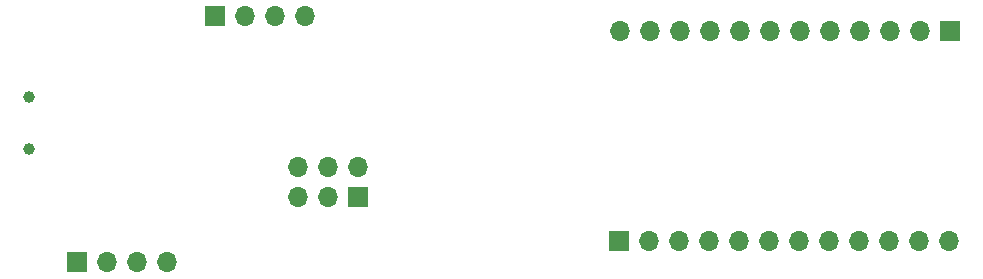
<source format=gbr>
%TF.GenerationSoftware,KiCad,Pcbnew,7.0.1*%
%TF.CreationDate,2023-04-11T01:40:26-06:00*%
%TF.ProjectId,ATMEGA_DevBoard,41544d45-4741-45f4-9465-76426f617264,rev?*%
%TF.SameCoordinates,Original*%
%TF.FileFunction,Soldermask,Bot*%
%TF.FilePolarity,Negative*%
%FSLAX46Y46*%
G04 Gerber Fmt 4.6, Leading zero omitted, Abs format (unit mm)*
G04 Created by KiCad (PCBNEW 7.0.1) date 2023-04-11 01:40:26*
%MOMM*%
%LPD*%
G01*
G04 APERTURE LIST*
%ADD10R,1.700000X1.700000*%
%ADD11O,1.700000X1.700000*%
%ADD12C,1.000000*%
G04 APERTURE END LIST*
D10*
%TO.C,J6*%
X90170000Y-106426000D03*
D11*
X92710000Y-106426000D03*
X95250000Y-106426000D03*
X97790000Y-106426000D03*
%TD*%
%TO.C,J5*%
X109474000Y-85598000D03*
X106934000Y-85598000D03*
X104394000Y-85598000D03*
D10*
X101854000Y-85598000D03*
%TD*%
%TO.C,J4*%
X164084000Y-86879583D03*
D11*
X161544000Y-86879583D03*
X159004000Y-86879583D03*
X156464000Y-86879583D03*
X153924000Y-86879583D03*
X151384000Y-86879583D03*
X148844000Y-86879583D03*
X146304000Y-86879583D03*
X143764000Y-86879583D03*
X141224000Y-86879583D03*
X138684000Y-86879583D03*
X136144000Y-86879583D03*
%TD*%
D10*
%TO.C,J1*%
X114031000Y-100858000D03*
D11*
X114031000Y-98318000D03*
X111491000Y-100858000D03*
X111491000Y-98318000D03*
X108951000Y-100858000D03*
X108951000Y-98318000D03*
%TD*%
D12*
%TO.C,J2*%
X86162000Y-92410000D03*
X86162000Y-96810000D03*
%TD*%
D10*
%TO.C,J3*%
X136110585Y-104659583D03*
D11*
X138650585Y-104659583D03*
X141190585Y-104659583D03*
X143730585Y-104659583D03*
X146270585Y-104659583D03*
X148810585Y-104659583D03*
X151350585Y-104659583D03*
X153890585Y-104659583D03*
X156430585Y-104659583D03*
X158970585Y-104659583D03*
X161510585Y-104659583D03*
X164050585Y-104659583D03*
%TD*%
M02*

</source>
